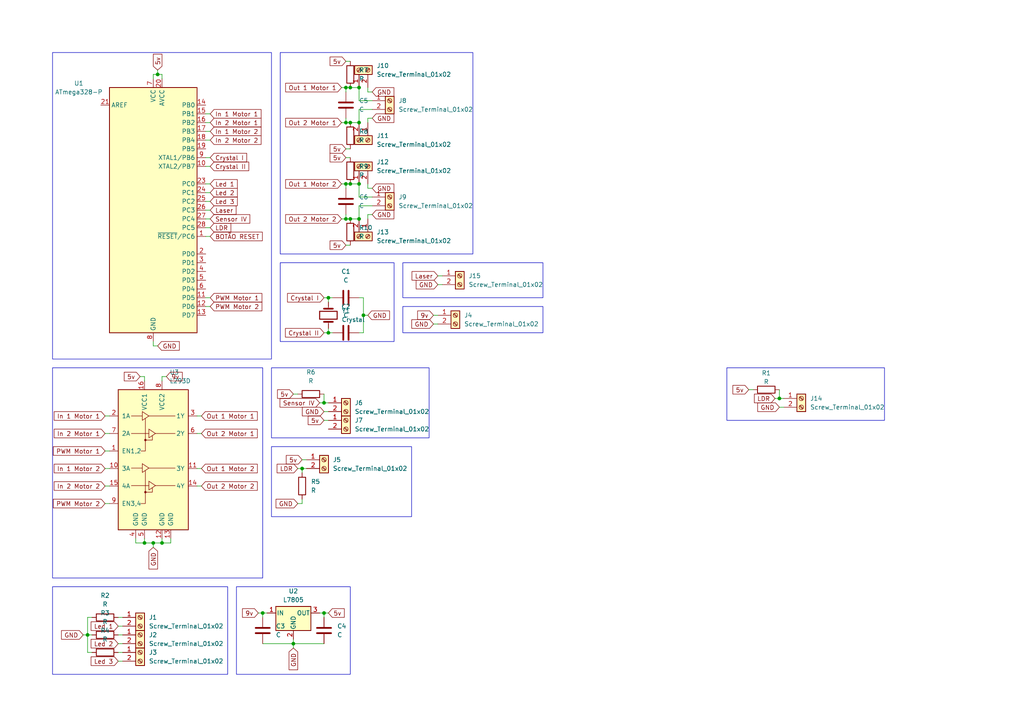
<source format=kicad_sch>
(kicad_sch (version 20231120) (generator "eeschema") (generator_version "8.0")
  (paper "A4")
  (lib_symbols
    (symbol "Connector:Screw_Terminal_01x02" (pin_names (offset 1.016) hide)
      (property "Reference" "J" (at 0 2.54 0))
      (property "Value" "Screw_Terminal_01x02" (at 0 -5.08 0))
      (symbol "Screw_Terminal_01x02_1_1"
        (rectangle (start -1.27 1.27) (end 1.27 -3.81) (stroke (width 0.254)) (fill (type background)))
        (circle (center 0 -2.54) (radius 0.635) (stroke (width 0.1524)))
        (polyline (pts (xy -0.5334 -2.2098) (xy 0.3302 -3.048)) (stroke (width 0.1524)))
        (polyline (pts (xy -0.5334 0.3302) (xy 0.3302 -0.508)) (stroke (width 0.1524)))
        (polyline (pts (xy -0.3556 -2.032) (xy 0.508 -2.8702)) (stroke (width 0.1524)))
        (polyline (pts (xy -0.3556 0.508) (xy 0.508 -0.3302)) (stroke (width 0.1524)))
        (circle (center 0 0) (radius 0.635) (stroke (width 0.1524)))
        (pin passive line (at -5.08 0 0) (length 3.81) (name "Pin_1") (number "1"))
        (pin passive line (at -5.08 -2.54 0) (length 3.81) (name "Pin_2") (number "2"))
      )
    )
    (symbol "Device:C" (pin_numbers hide) (pin_names (offset 0.254))
      (property "Reference" "C" (at 0.635 2.54 0))
      (property "Value" "C" (at 0.635 -2.54 0))
      (symbol "C_0_1"
        (polyline (pts (xy -2.032 -0.762) (xy 2.032 -0.762)) (stroke (width 0.508)))
        (polyline (pts (xy -2.032 0.762) (xy 2.032 0.762)) (stroke (width 0.508)))
      )
      (symbol "C_1_1"
        (pin passive line (at 0 3.81 270) (length 2.794) (name "~") (number "1"))
        (pin passive line (at 0 -3.81 90) (length 2.794) (name "~") (number "2"))
      )
    )
    (symbol "Device:Crystal" (pin_numbers hide) (pin_names (offset 1.016) hide)
      (property "Reference" "Y" (at 0 3.81 0))
      (property "Value" "Crystal" (at 0 -3.81 0))
      (symbol "Crystal_0_1"
        (rectangle (start -1.143 2.54) (end 1.143 -2.54) (stroke (width 0.3048)))
        (polyline (pts (xy -2.54 0) (xy -1.905 0)))
        (polyline (pts (xy -1.905 -1.27) (xy -1.905 1.27)) (stroke (width 0.508)))
        (polyline (pts (xy 1.905 -1.27) (xy 1.905 1.27)) (stroke (width 0.508)))
        (polyline (pts (xy 2.54 0) (xy 1.905 0)))
      )
      (symbol "Crystal_1_1"
        (pin passive line (at -3.81 0 0) (length 1.27) (name "1") (number "1"))
        (pin passive line (at 3.81 0 180) (length 1.27) (name "2") (number "2"))
      )
    )
    (symbol "Device:R" (pin_numbers hide) (pin_names (offset 0))
      (property "Reference" "R" (at 2.032 0 90))
      (property "Value" "R" (at 0 0 90))
      (symbol "R_0_1"
        (rectangle (start -1.016 -2.54) (end 1.016 2.54) (stroke (width 0.254)))
      )
      (symbol "R_1_1"
        (pin passive line (at 0 3.81 270) (length 1.27) (name "~") (number "1"))
        (pin passive line (at 0 -3.81 90) (length 1.27) (name "~") (number "2"))
      )
    )
    (symbol "Driver_Motor:L293D" (pin_names (offset 1.016))
      (property "Reference" "U" (at -5.08 26.035 0))
      (property "Value" "L293D" (at -5.08 24.13 0))
      (symbol "L293D_0_1"
        (rectangle (start -10.16 22.86) (end 10.16 -17.78) (stroke (width 0.254)) (fill (type background)))
        (circle (center -2.286 -6.858) (radius 0.254) (fill (type outline)))
        (circle (center -2.286 8.255) (radius 0.254) (fill (type outline)))
        (polyline (pts (xy -6.35 -4.953) (xy -1.27 -4.953)))
        (polyline (pts (xy -6.35 0.127) (xy -3.175 0.127)))
        (polyline (pts (xy -6.35 10.16) (xy -1.27 10.16)))
        (polyline (pts (xy -6.35 15.24) (xy -3.175 15.24)))
        (polyline (pts (xy -1.27 0.127) (xy 6.35 0.127)))
        (polyline (pts (xy -1.27 15.24) (xy 6.35 15.24)))
        (polyline (pts (xy 0.635 -4.953) (xy 6.35 -4.953)))
        (polyline (pts (xy 0.635 10.16) (xy 6.35 10.16)))
        (polyline (pts (xy -2.286 -6.858) (xy -0.254 -6.858) (xy -0.254 -5.588)))
        (polyline (pts (xy -2.286 -0.635) (xy -2.286 -10.16) (xy -3.556 -10.16)))
        (polyline (pts (xy -2.286 8.255) (xy -0.254 8.255) (xy -0.254 9.525)))
        (polyline (pts (xy -2.286 14.478) (xy -2.286 5.08) (xy -3.556 5.08)))
        (polyline (pts (xy -3.175 1.397) (xy -3.175 -1.143) (xy -1.27 0.127) (xy -3.175 1.397)))
        (polyline (pts (xy -3.175 16.51) (xy -3.175 13.97) (xy -1.27 15.24) (xy -3.175 16.51)))
        (polyline (pts (xy -1.27 -3.683) (xy -1.27 -6.223) (xy 0.635 -4.953) (xy -1.27 -3.683)))
        (polyline (pts (xy -1.27 11.43) (xy -1.27 8.89) (xy 0.635 10.16) (xy -1.27 11.43)))
      )
      (symbol "L293D_1_1"
        (pin input line (at -12.7 5.08 0) (length 2.54) (name "EN1,2") (number "1"))
        (pin input line (at -12.7 0 0) (length 2.54) (name "3A") (number "10"))
        (pin output line (at 12.7 0 180) (length 2.54) (name "3Y") (number "11"))
        (pin power_in line (at 2.54 -20.32 90) (length 2.54) (name "GND") (number "12"))
        (pin power_in line (at 5.08 -20.32 90) (length 2.54) (name "GND") (number "13"))
        (pin output line (at 12.7 -5.08 180) (length 2.54) (name "4Y") (number "14"))
        (pin input line (at -12.7 -5.08 0) (length 2.54) (name "4A") (number "15"))
        (pin power_in line (at -2.54 25.4 270) (length 2.54) (name "VCC1") (number "16"))
        (pin input line (at -12.7 15.24 0) (length 2.54) (name "1A") (number "2"))
        (pin output line (at 12.7 15.24 180) (length 2.54) (name "1Y") (number "3"))
        (pin power_in line (at -5.08 -20.32 90) (length 2.54) (name "GND") (number "4"))
        (pin power_in line (at -2.54 -20.32 90) (length 2.54) (name "GND") (number "5"))
        (pin output line (at 12.7 10.16 180) (length 2.54) (name "2Y") (number "6"))
        (pin input line (at -12.7 10.16 0) (length 2.54) (name "2A") (number "7"))
        (pin power_in line (at 2.54 25.4 270) (length 2.54) (name "VCC2") (number "8"))
        (pin input line (at -12.7 -10.16 0) (length 2.54) (name "EN3,4") (number "9"))
      )
    )
    (symbol "MCU_Microchip_ATmega:ATmega328-P"
      (property "Reference" "U" (at -12.7 36.83 0))
      (property "Value" "ATmega328-P" (at 2.54 -36.83 0))
      (symbol "ATmega328-P_0_1"
        (rectangle (start -12.7 -35.56) (end 12.7 35.56) (stroke (width 0.254)) (fill (type background)))
      )
      (symbol "ATmega328-P_1_1"
        (pin bidirectional line (at 15.24 -7.62 180) (length 2.54) (name "~{RESET}/PC6") (number "1"))
        (pin bidirectional line (at 15.24 12.7 180) (length 2.54) (name "XTAL2/PB7") (number "10"))
        (pin bidirectional line (at 15.24 -25.4 180) (length 2.54) (name "PD5") (number "11"))
        (pin bidirectional line (at 15.24 -27.94 180) (length 2.54) (name "PD6") (number "12"))
        (pin bidirectional line (at 15.24 -30.48 180) (length 2.54) (name "PD7") (number "13"))
        (pin bidirectional line (at 15.24 30.48 180) (length 2.54) (name "PB0") (number "14"))
        (pin bidirectional line (at 15.24 27.94 180) (length 2.54) (name "PB1") (number "15"))
        (pin bidirectional line (at 15.24 25.4 180) (length 2.54) (name "PB2") (number "16"))
        (pin bidirectional line (at 15.24 22.86 180) (length 2.54) (name "PB3") (number "17"))
        (pin bidirectional line (at 15.24 20.32 180) (length 2.54) (name "PB4") (number "18"))
        (pin bidirectional line (at 15.24 17.78 180) (length 2.54) (name "PB5") (number "19"))
        (pin bidirectional line (at 15.24 -12.7 180) (length 2.54) (name "PD0") (number "2"))
        (pin power_in line (at 2.54 38.1 270) (length 2.54) (name "AVCC") (number "20"))
        (pin passive line (at -15.24 30.48 0) (length 2.54) (name "AREF") (number "21"))
        (pin passive line (at 0 -38.1 90) (length 2.54) hide (name "GND") (number "22"))
        (pin bidirectional line (at 15.24 7.62 180) (length 2.54) (name "PC0") (number "23"))
        (pin bidirectional line (at 15.24 5.08 180) (length 2.54) (name "PC1") (number "24"))
        (pin bidirectional line (at 15.24 2.54 180) (length 2.54) (name "PC2") (number "25"))
        (pin bidirectional line (at 15.24 0 180) (length 2.54) (name "PC3") (number "26"))
        (pin bidirectional line (at 15.24 -2.54 180) (length 2.54) (name "PC4") (number "27"))
        (pin bidirectional line (at 15.24 -5.08 180) (length 2.54) (name "PC5") (number "28"))
        (pin bidirectional line (at 15.24 -15.24 180) (length 2.54) (name "PD1") (number "3"))
        (pin bidirectional line (at 15.24 -17.78 180) (length 2.54) (name "PD2") (number "4"))
        (pin bidirectional line (at 15.24 -20.32 180) (length 2.54) (name "PD3") (number "5"))
        (pin bidirectional line (at 15.24 -22.86 180) (length 2.54) (name "PD4") (number "6"))
        (pin power_in line (at 0 38.1 270) (length 2.54) (name "VCC") (number "7"))
        (pin power_in line (at 0 -38.1 90) (length 2.54) (name "GND") (number "8"))
        (pin bidirectional line (at 15.24 15.24 180) (length 2.54) (name "XTAL1/PB6") (number "9"))
      )
    )
    (symbol "Regulator_Linear:L7805" (pin_names (offset 0.254))
      (property "Reference" "U" (at -3.81 3.175 0))
      (property "Value" "L7805" (at 0 3.175 0))
      (symbol "L7805_0_1"
        (rectangle (start -5.08 1.905) (end 5.08 -5.08) (stroke (width 0.254)) (fill (type background)))
      )
      (symbol "L7805_1_1"
        (pin power_in line (at -7.62 0 0) (length 2.54) (name "IN") (number "1"))
        (pin power_in line (at 0 -7.62 90) (length 2.54) (name "GND") (number "2"))
        (pin power_out line (at 7.62 0 180) (length 2.54) (name "OUT") (number "3"))
      )
    )
  )
  (junction (at 44.45 157.48))
  (junction (at 101.6 53.34))
  (junction (at 101.6 35.56))
  (junction (at 93.98 116.84))
  (junction (at 104.14 35.56))
  (junction (at 87.63 135.89))
  (junction (at 100.33 63.5))
  (junction (at 46.99 157.48))
  (junction (at 45.72 21.59))
  (junction (at 101.6 25.4))
  (junction (at 101.6 63.5))
  (junction (at 93.98 177.8))
  (junction (at 105.41 91.44))
  (junction (at 41.91 157.48))
  (junction (at 104.14 25.4))
  (junction (at 100.33 35.56))
  (junction (at 76.2 177.8))
  (junction (at 100.33 53.34))
  (junction (at 100.33 25.4))
  (junction (at 85.09 186.69))
  (junction (at 95.25 86.36))
  (junction (at 104.14 63.5))
  (junction (at 104.14 53.34))
  (junction (at 226.06 115.57))
  (junction (at 95.25 96.52))
  (junction (at 25.4 184.15))
  (wire (pts (xy 93.98 96.52) (xy 95.25 96.52)))
  (wire (pts (xy 34.29 186.69) (xy 35.56 186.69)))
  (wire (pts (xy 41.91 157.48) (xy 44.45 157.48)))
  (wire (pts (xy 101.6 35.56) (xy 104.14 35.56)))
  (wire (pts (xy 93.98 116.84) (xy 95.25 116.84)))
  (wire (pts (xy 105.41 86.36) (xy 105.41 91.44)))
  (wire (pts (xy 92.71 177.8) (xy 93.98 177.8)))
  (wire (pts (xy 76.2 177.8) (xy 77.47 177.8)))
  (wire (pts (xy 95.25 86.36) (xy 96.52 86.36)))
  (wire (pts (xy 30.48 125.73) (xy 31.75 125.73)))
  (wire (pts (xy 85.09 186.69) (xy 93.98 186.69)))
  (wire (pts (xy 39.37 157.48) (xy 41.91 157.48)))
  (wire (pts (xy 107.95 31.75) (xy 104.14 31.75)))
  (wire (pts (xy 127 82.55) (xy 128.27 82.55)))
  (wire (pts (xy 76.2 179.07) (xy 76.2 177.8)))
  (wire (pts (xy 100.33 25.4) (xy 101.6 25.4)))
  (wire (pts (xy 93.98 177.8) (xy 95.25 177.8)))
  (wire (pts (xy 217.17 113.03) (xy 218.44 113.03)))
  (wire (pts (xy 106.68 26.67) (xy 107.95 26.67)))
  (wire (pts (xy 100.33 63.5) (xy 101.6 63.5)))
  (wire (pts (xy 104.14 96.52) (xy 105.41 96.52)))
  (wire (pts (xy 30.48 146.05) (xy 31.75 146.05)))
  (wire (pts (xy 57.15 125.73) (xy 58.42 125.73)))
  (wire (pts (xy 105.41 91.44) (xy 106.68 91.44)))
  (wire (pts (xy 46.99 110.49) (xy 46.99 109.22)))
  (wire (pts (xy 59.69 48.26) (xy 60.96 48.26)))
  (wire (pts (xy 87.63 135.89) (xy 88.9 135.89)))
  (wire (pts (xy 57.15 120.65) (xy 58.42 120.65)))
  (wire (pts (xy 59.69 45.72) (xy 60.96 45.72)))
  (wire (pts (xy 100.33 43.18) (xy 101.6 43.18)))
  (wire (pts (xy 100.33 17.78) (xy 101.6 17.78)))
  (wire (pts (xy 100.33 53.34) (xy 100.33 54.61)))
  (wire (pts (xy 59.69 66.04) (xy 60.96 66.04)))
  (wire (pts (xy 30.48 130.81) (xy 31.75 130.81)))
  (wire (pts (xy 93.98 114.3) (xy 93.98 116.84)))
  (wire (pts (xy 59.69 40.64) (xy 60.96 40.64)))
  (wire (pts (xy 25.4 189.23) (xy 25.4 184.15)))
  (wire (pts (xy 85.09 186.69) (xy 85.09 185.42)))
  (wire (pts (xy 100.33 62.23) (xy 100.33 63.5)))
  (wire (pts (xy 86.36 146.05) (xy 87.63 146.05)))
  (wire (pts (xy 106.68 63.5) (xy 106.68 62.23)))
  (wire (pts (xy 25.4 184.15) (xy 26.67 184.15)))
  (wire (pts (xy 49.53 156.21) (xy 49.53 157.48)))
  (wire (pts (xy 86.36 135.89) (xy 87.63 135.89)))
  (wire (pts (xy 93.98 121.92) (xy 95.25 121.92)))
  (wire (pts (xy 39.37 156.21) (xy 39.37 157.48)))
  (wire (pts (xy 59.69 58.42) (xy 60.96 58.42)))
  (wire (pts (xy 34.29 181.61) (xy 35.56 181.61)))
  (wire (pts (xy 125.73 91.44) (xy 127 91.44)))
  (wire (pts (xy 104.14 86.36) (xy 105.41 86.36)))
  (wire (pts (xy 106.68 34.29) (xy 106.68 35.56)))
  (wire (pts (xy 100.33 35.56) (xy 101.6 35.56)))
  (wire (pts (xy 59.69 53.34) (xy 60.96 53.34)))
  (wire (pts (xy 92.71 116.84) (xy 93.98 116.84)))
  (wire (pts (xy 104.14 31.75) (xy 104.14 35.56)))
  (wire (pts (xy 44.45 21.59) (xy 45.72 21.59)))
  (wire (pts (xy 85.09 186.69) (xy 85.09 187.96)))
  (wire (pts (xy 24.13 184.15) (xy 25.4 184.15)))
  (wire (pts (xy 106.68 25.4) (xy 106.68 26.67)))
  (wire (pts (xy 59.69 33.02) (xy 60.96 33.02)))
  (wire (pts (xy 30.48 140.97) (xy 31.75 140.97)))
  (wire (pts (xy 41.91 109.22) (xy 41.91 110.49)))
  (wire (pts (xy 125.73 93.98) (xy 127 93.98)))
  (wire (pts (xy 46.99 22.86) (xy 46.99 21.59)))
  (wire (pts (xy 74.93 177.8) (xy 76.2 177.8)))
  (wire (pts (xy 101.6 63.5) (xy 104.14 63.5)))
  (wire (pts (xy 95.25 96.52) (xy 96.52 96.52)))
  (wire (pts (xy 30.48 135.89) (xy 31.75 135.89)))
  (wire (pts (xy 44.45 157.48) (xy 44.45 158.75)))
  (wire (pts (xy 107.95 59.69) (xy 104.14 59.69)))
  (wire (pts (xy 226.06 118.11) (xy 227.33 118.11)))
  (wire (pts (xy 106.68 53.34) (xy 106.68 54.61)))
  (wire (pts (xy 59.69 38.1) (xy 60.96 38.1)))
  (wire (pts (xy 45.72 20.32) (xy 45.72 21.59)))
  (wire (pts (xy 87.63 146.05) (xy 87.63 144.78)))
  (wire (pts (xy 26.67 189.23) (xy 25.4 189.23)))
  (wire (pts (xy 85.09 114.3) (xy 86.36 114.3)))
  (wire (pts (xy 46.99 156.21) (xy 46.99 157.48)))
  (wire (pts (xy 127 80.01) (xy 128.27 80.01)))
  (wire (pts (xy 107.95 34.29) (xy 106.68 34.29)))
  (wire (pts (xy 104.14 53.34) (xy 104.14 57.15)))
  (wire (pts (xy 59.69 68.58) (xy 60.96 68.58)))
  (wire (pts (xy 87.63 133.35) (xy 88.9 133.35)))
  (wire (pts (xy 101.6 53.34) (xy 104.14 53.34)))
  (wire (pts (xy 40.64 109.22) (xy 41.91 109.22)))
  (wire (pts (xy 106.68 54.61) (xy 107.95 54.61)))
  (wire (pts (xy 46.99 109.22) (xy 48.26 109.22)))
  (wire (pts (xy 100.33 25.4) (xy 100.33 26.67)))
  (wire (pts (xy 104.14 59.69) (xy 104.14 63.5)))
  (wire (pts (xy 99.06 35.56) (xy 100.33 35.56)))
  (wire (pts (xy 34.29 184.15) (xy 35.56 184.15)))
  (wire (pts (xy 100.33 34.29) (xy 100.33 35.56)))
  (wire (pts (xy 34.29 179.07) (xy 35.56 179.07)))
  (wire (pts (xy 59.69 35.56) (xy 60.96 35.56)))
  (wire (pts (xy 34.29 189.23) (xy 35.56 189.23)))
  (wire (pts (xy 57.15 140.97) (xy 58.42 140.97)))
  (wire (pts (xy 44.45 99.06) (xy 44.45 100.33)))
  (wire (pts (xy 101.6 25.4) (xy 104.14 25.4)))
  (wire (pts (xy 100.33 71.12) (xy 101.6 71.12)))
  (wire (pts (xy 99.06 53.34) (xy 100.33 53.34)))
  (wire (pts (xy 49.53 157.48) (xy 46.99 157.48)))
  (wire (pts (xy 59.69 86.36) (xy 60.96 86.36)))
  (wire (pts (xy 59.69 60.96) (xy 60.96 60.96)))
  (wire (pts (xy 106.68 62.23) (xy 107.95 62.23)))
  (wire (pts (xy 41.91 156.21) (xy 41.91 157.48)))
  (wire (pts (xy 76.2 186.69) (xy 85.09 186.69)))
  (wire (pts (xy 104.14 25.4) (xy 104.14 29.21)))
  (wire (pts (xy 99.06 25.4) (xy 100.33 25.4)))
  (wire (pts (xy 224.79 115.57) (xy 226.06 115.57)))
  (wire (pts (xy 46.99 157.48) (xy 44.45 157.48)))
  (wire (pts (xy 107.95 57.15) (xy 104.14 57.15)))
  (wire (pts (xy 107.95 29.21) (xy 104.14 29.21)))
  (wire (pts (xy 226.06 115.57) (xy 227.33 115.57)))
  (wire (pts (xy 100.33 45.72) (xy 101.6 45.72)))
  (wire (pts (xy 34.29 191.77) (xy 35.56 191.77)))
  (wire (pts (xy 93.98 86.36) (xy 95.25 86.36)))
  (wire (pts (xy 95.25 86.36) (xy 95.25 87.63)))
  (wire (pts (xy 44.45 22.86) (xy 44.45 21.59)))
  (wire (pts (xy 45.72 21.59) (xy 46.99 21.59)))
  (wire (pts (xy 44.45 100.33) (xy 45.72 100.33)))
  (wire (pts (xy 25.4 179.07) (xy 25.4 184.15)))
  (wire (pts (xy 99.06 63.5) (xy 100.33 63.5)))
  (wire (pts (xy 226.06 113.03) (xy 226.06 115.57)))
  (wire (pts (xy 59.69 63.5) (xy 60.96 63.5)))
  (wire (pts (xy 59.69 55.88) (xy 60.96 55.88)))
  (wire (pts (xy 87.63 135.89) (xy 87.63 137.16)))
  (wire (pts (xy 59.69 88.9) (xy 60.96 88.9)))
  (wire (pts (xy 57.15 135.89) (xy 58.42 135.89)))
  (wire (pts (xy 93.98 177.8) (xy 93.98 179.07)))
  (wire (pts (xy 105.41 91.44) (xy 105.41 96.52)))
  (wire (pts (xy 30.48 120.65) (xy 31.75 120.65)))
  (wire (pts (xy 95.25 95.25) (xy 95.25 96.52)))
  (wire (pts (xy 26.67 179.07) (xy 25.4 179.07)))
  (wire (pts (xy 93.98 119.38) (xy 95.25 119.38)))
  (wire (pts (xy 100.33 53.34) (xy 101.6 53.34)))
  (rectangle (start 81.28 15.24) (end 137.16 73.66))
  (rectangle (start 116.84 88.9) (end 157.48 96.52))
  (rectangle (start 81.28 76.2) (end 114.3 99.06))
  (rectangle (start 78.74 106.68) (end 124.46 127))
  (rectangle (start 116.84 76.2) (end 157.48 86.36))
  (rectangle (start 15.24 106.68) (end 76.2 167.64))
  (rectangle (start 210.82 106.68) (end 256.54 121.92))
  (rectangle (start 78.74 129.54) (end 119.38 149.86))
  (rectangle (start 15.24 170.18) (end 66.04 195.58))
  (rectangle (start 68.58 170.18) (end 101.6 195.58))
  (rectangle (start 15.24 15.24) (end 78.74 104.14))
  (global_label "Out 1 Motor 2" (shape input) (at 58.42 135.89 0) (property "Intersheetrefs" "${INTERSHEET_REFS}" (effects (hide yes))))
  (global_label "GND" (shape input) (at 86.36 146.05 180) (property "Intersheetrefs" "${INTERSHEET_REFS}" (effects (hide yes))))
  (global_label "GND" (shape input) (at 24.13 184.15 180) (property "Intersheetrefs" "${INTERSHEET_REFS}" (effects (hide yes))))
  (global_label "BOTÃO RESET" (shape input) (at 60.96 68.58 0) (property "Intersheetrefs" "${INTERSHEET_REFS}" (effects (hide yes))))
  (global_label "Led 2" (shape input) (at 60.96 55.88 0) (property "Intersheetrefs" "${INTERSHEET_REFS}" (effects (hide yes))))
  (global_label "Led 2" (shape input) (at 34.29 186.69 180) (property "Intersheetrefs" "${INTERSHEET_REFS}" (effects (hide yes))))
  (global_label "Laser" (shape input) (at 60.96 60.96 0) (property "Intersheetrefs" "${INTERSHEET_REFS}" (effects (hide yes))))
  (global_label "GND" (shape input) (at 226.06 118.11 180) (property "Intersheetrefs" "${INTERSHEET_REFS}" (effects (hide yes))))
  (global_label "5v" (shape input) (at 40.64 109.22 180) (property "Intersheetrefs" "${INTERSHEET_REFS}" (effects (hide yes))))
  (global_label "GND" (shape input) (at 106.68 91.44 0) (property "Intersheetrefs" "${INTERSHEET_REFS}" (effects (hide yes))))
  (global_label "PWM Motor 1" (shape input) (at 60.96 86.36 0) (property "Intersheetrefs" "${INTERSHEET_REFS}" (effects (hide yes))))
  (global_label "PWM Motor 2" (shape input) (at 30.48 146.05 180) (property "Intersheetrefs" "${INTERSHEET_REFS}" (effects (hide yes))))
  (global_label "Crystal II" (shape input) (at 93.98 96.52 180) (property "Intersheetrefs" "${INTERSHEET_REFS}" (effects (hide yes))))
  (global_label "Out 2 Motor 2" (shape input) (at 99.06 63.5 180) (property "Intersheetrefs" "${INTERSHEET_REFS}" (effects (hide yes))))
  (global_label "5v" (shape input) (at 217.17 113.03 180) (property "Intersheetrefs" "${INTERSHEET_REFS}" (effects (hide yes))))
  (global_label "9v" (shape input) (at 74.93 177.8 180) (property "Intersheetrefs" "${INTERSHEET_REFS}" (effects (hide yes))))
  (global_label "In 1 Motor 1" (shape input) (at 30.48 120.65 180) (property "Intersheetrefs" "${INTERSHEET_REFS}" (effects (hide yes))))
  (global_label "5v" (shape input) (at 45.72 20.32 90) (property "Intersheetrefs" "${INTERSHEET_REFS}" (effects (hide yes))))
  (global_label "GND" (shape input) (at 107.95 62.23 0) (property "Intersheetrefs" "${INTERSHEET_REFS}" (effects (hide yes))))
  (global_label "5v" (shape input) (at 100.33 43.18 180) (property "Intersheetrefs" "${INTERSHEET_REFS}" (effects (hide yes))))
  (global_label "Crystal II" (shape input) (at 60.96 48.26 0) (property "Intersheetrefs" "${INTERSHEET_REFS}" (effects (hide yes))))
  (global_label "5v" (shape input) (at 100.33 45.72 180) (property "Intersheetrefs" "${INTERSHEET_REFS}" (effects (hide yes))))
  (global_label "In 2 Motor 2" (shape input) (at 30.48 140.97 180) (property "Intersheetrefs" "${INTERSHEET_REFS}" (effects (hide yes))))
  (global_label "5v" (shape input) (at 87.63 133.35 180) (property "Intersheetrefs" "${INTERSHEET_REFS}" (effects (hide yes))))
  (global_label "Out 2 Motor 2" (shape input) (at 58.42 140.97 0) (property "Intersheetrefs" "${INTERSHEET_REFS}" (effects (hide yes))))
  (global_label "9v" (shape input) (at 125.73 91.44 180) (property "Intersheetrefs" "${INTERSHEET_REFS}" (effects (hide yes))))
  (global_label "GND" (shape input) (at 127 82.55 180) (property "Intersheetrefs" "${INTERSHEET_REFS}" (effects (hide yes))))
  (global_label "In 2 Motor 1" (shape input) (at 30.48 125.73 180) (property "Intersheetrefs" "${INTERSHEET_REFS}" (effects (hide yes))))
  (global_label "Laser" (shape input) (at 127 80.01 180) (property "Intersheetrefs" "${INTERSHEET_REFS}" (effects (hide yes))))
  (global_label "5v" (shape input) (at 100.33 71.12 180) (property "Intersheetrefs" "${INTERSHEET_REFS}" (effects (hide yes))))
  (global_label "Led 3" (shape input) (at 60.96 58.42 0) (property "Intersheetrefs" "${INTERSHEET_REFS}" (effects (hide yes))))
  (global_label "Led 3" (shape input) (at 34.29 191.77 180) (property "Intersheetrefs" "${INTERSHEET_REFS}" (effects (hide yes))))
  (global_label "LDR" (shape input) (at 224.79 115.57 180) (property "Intersheetrefs" "${INTERSHEET_REFS}" (effects (hide yes))))
  (global_label "GND" (shape input) (at 107.95 34.29 0) (property "Intersheetrefs" "${INTERSHEET_REFS}" (effects (hide yes))))
  (global_label "In 1 Motor 2" (shape input) (at 30.48 135.89 180) (property "Intersheetrefs" "${INTERSHEET_REFS}" (effects (hide yes))))
  (global_label "In 1 Motor 1" (shape input) (at 60.96 33.02 0) (property "Intersheetrefs" "${INTERSHEET_REFS}" (effects (hide yes))))
  (global_label "GND" (shape input) (at 85.09 187.96 270) (property "Intersheetrefs" "${INTERSHEET_REFS}" (effects (hide yes))))
  (global_label "Sensor IV" (shape input) (at 60.96 63.5 0) (property "Intersheetrefs" "${INTERSHEET_REFS}" (effects (hide yes))))
  (global_label "GND" (shape input) (at 45.72 100.33 0) (property "Intersheetrefs" "${INTERSHEET_REFS}" (effects (hide yes))))
  (global_label "Crystal I" (shape input) (at 93.98 86.36 180) (property "Intersheetrefs" "${INTERSHEET_REFS}" (effects (hide yes))))
  (global_label "Out 1 Motor 1" (shape input) (at 58.42 120.65 0) (property "Intersheetrefs" "${INTERSHEET_REFS}" (effects (hide yes))))
  (global_label "In 2 Motor 2" (shape input) (at 60.96 40.64 0) (property "Intersheetrefs" "${INTERSHEET_REFS}" (effects (hide yes))))
  (global_label "5v" (shape input) (at 85.09 114.3 180) (property "Intersheetrefs" "${INTERSHEET_REFS}" (effects (hide yes))))
  (global_label "Out 1 Motor 1" (shape input) (at 99.06 25.4 180) (property "Intersheetrefs" "${INTERSHEET_REFS}" (effects (hide yes))))
  (global_label "Crystal I" (shape input) (at 60.96 45.72 0) (property "Intersheetrefs" "${INTERSHEET_REFS}" (effects (hide yes))))
  (global_label "GND" (shape input) (at 125.73 93.98 180) (property "Intersheetrefs" "${INTERSHEET_REFS}" (effects (hide yes))))
  (global_label "Led 1" (shape input) (at 60.96 53.34 0) (property "Intersheetrefs" "${INTERSHEET_REFS}" (effects (hide yes))))
  (global_label "Led 1" (shape input) (at 34.29 181.61 180) (property "Intersheetrefs" "${INTERSHEET_REFS}" (effects (hide yes))))
  (global_label "PWM Motor 1" (shape input) (at 30.48 130.81 180) (property "Intersheetrefs" "${INTERSHEET_REFS}" (effects (hide yes))))
  (global_label "5v" (shape input) (at 93.98 121.92 180) (property "Intersheetrefs" "${INTERSHEET_REFS}" (effects (hide yes))))
  (global_label "LDR" (shape input) (at 60.96 66.04 0) (property "Intersheetrefs" "${INTERSHEET_REFS}" (effects (hide yes))))
  (global_label "GND" (shape input) (at 44.45 158.75 270) (property "Intersheetrefs" "${INTERSHEET_REFS}" (effects (hide yes))))
  (global_label "5v" (shape input) (at 100.33 17.78 180) (property "Intersheetrefs" "${INTERSHEET_REFS}" (effects (hide yes))))
  (global_label "PWM Motor 2" (shape input) (at 60.96 88.9 0) (property "Intersheetrefs" "${INTERSHEET_REFS}" (effects (hide yes))))
  (global_label "GND" (shape input) (at 93.98 119.38 180) (property "Intersheetrefs" "${INTERSHEET_REFS}" (effects (hide yes))))
  (global_label "In 1 Motor 2" (shape input) (at 60.96 38.1 0) (property "Intersheetrefs" "${INTERSHEET_REFS}" (effects (hide yes))))
  (global_label "Out 2 Motor 1" (shape input) (at 99.06 35.56 180) (property "Intersheetrefs" "${INTERSHEET_REFS}" (effects (hide yes))))
  (global_label "Sensor IV" (shape input) (at 92.71 116.84 180) (property "Intersheetrefs" "${INTERSHEET_REFS}" (effects (hide yes))))
  (global_label "GND" (shape input) (at 107.95 54.61 0) (property "Intersheetrefs" "${INTERSHEET_REFS}" (effects (hide yes))))
  (global_label "Out 1 Motor 2" (shape input) (at 99.06 53.34 180) (property "Intersheetrefs" "${INTERSHEET_REFS}" (effects (hide yes))))
  (global_label "GND" (shape input) (at 107.95 26.67 0) (property "Intersheetrefs" "${INTERSHEET_REFS}" (effects (hide yes))))
  (global_label "5v" (shape input) (at 95.25 177.8 0) (property "Intersheetrefs" "${INTERSHEET_REFS}" (effects (hide yes))))
  (global_label "Out 2 Motor 1" (shape input) (at 58.42 125.73 0) (property "Intersheetrefs" "${INTERSHEET_REFS}" (effects (hide yes))))
  (global_label "LDR" (shape input) (at 86.36 135.89 180) (property "Intersheetrefs" "${INTERSHEET_REFS}" (effects (hide yes))))
  (global_label "9v" (shape input) (at 48.26 109.22 0) (property "Intersheetrefs" "${INTERSHEET_REFS}" (effects (hide yes))))
  (global_label "In 2 Motor 1" (shape input) (at 60.96 35.56 0) (property "Intersheetrefs" "${INTERSHEET_REFS}" (effects (hide yes))))
  (symbol (lib_id "Device:R") (at 87.63 140.97 0) (unit 1)
    (property "Reference" "R5" (at 90.17 139.6999 0) (effects (justify left)))
    (property "Value" "R" (at 90.17 142.2399 0) (effects (justify left)))
    (property "Footprint" "CARRINHO_SEGUIDOR_DE_LINHA:Resistor" (effects (hide yes)))
    (property "Description" "Resistor" (effects (hide yes)))
  )
  (symbol (lib_id "Device:C") (at 100.33 58.42 0) (unit 1)
    (property "Reference" "C6" (at 104.14 57.1499 0) (effects (justify left)))
    (property "Value" "C" (at 104.14 59.6899 0) (effects (justify left)))
    (property "Footprint" "CARRINHO_SEGUIDOR_DE_LINHA:CapacitorCerâmico-100nF_ou_0,1uF" (effects (hide yes)))
    (property "Description" "Unpolarized capacitor" (effects (hide yes)))
  )
  (symbol (lib_id "Device:C") (at 100.33 86.36 90) (unit 1)
    (property "Reference" "C1" (at 100.33 78.74 90))
    (property "Value" "C" (at 100.33 81.28 90))
    (property "Footprint" "CARRINHO_SEGUIDOR_DE_LINHA:CapacitorCerâmico-100nF_ou_0,1uF" (effects (hide yes)))
    (property "Description" "Unpolarized capacitor" (effects (hide yes)))
  )
  (symbol (lib_id "Connector:Screw_Terminal_01x02") (at 133.35 80.01 0) (unit 1)
    (property "Reference" "J15" (at 135.89 80.0099 0) (effects (justify left)))
    (property "Value" "Screw_Terminal_01x02" (at 135.89 82.5499 0) (effects (justify left)))
    (property "Footprint" "TerminalBlock:TerminalBlock_bornier-2_P5.08mm" (effects (hide yes)))
    (property "Description" "Generic screw terminal, single row, 01x02, script generated (kicad-library-utils/schlib/autogen/connector/)" (effects (hide yes)))
  )
  (symbol (lib_id "Connector:Screw_Terminal_01x02") (at 113.03 29.21 0) (unit 1)
    (property "Reference" "J8" (at 115.57 29.2099 0) (effects (justify left)))
    (property "Value" "Screw_Terminal_01x02" (at 115.57 31.7499 0) (effects (justify left)))
    (property "Footprint" "TerminalBlock:TerminalBlock_bornier-2_P5.08mm" (effects (hide yes)))
    (property "Description" "Generic screw terminal, single row, 01x02, script generated (kicad-library-utils/schlib/autogen/connector/)" (effects (hide yes)))
  )
  (symbol (lib_id "Device:C") (at 100.33 30.48 0) (unit 1)
    (property "Reference" "C5" (at 104.14 29.2099 0) (effects (justify left)))
    (property "Value" "C" (at 104.14 31.7499 0) (effects (justify left)))
    (property "Footprint" "CARRINHO_SEGUIDOR_DE_LINHA:CapacitorCerâmico-100nF_ou_0,1uF" (effects (hide yes)))
    (property "Description" "Unpolarized capacitor" (effects (hide yes)))
  )
  (symbol (lib_id "Connector:Screw_Terminal_01x02") (at 132.08 91.44 0) (unit 1)
    (property "Reference" "J4" (at 134.62 91.4399 0) (effects (justify left)))
    (property "Value" "Screw_Terminal_01x02" (at 134.62 93.9799 0) (effects (justify left)))
    (property "Footprint" "TerminalBlock:TerminalBlock_bornier-2_P5.08mm" (effects (hide yes)))
    (property "Description" "Generic screw terminal, single row, 01x02, script generated (kicad-library-utils/schlib/autogen/connector/)" (effects (hide yes)))
  )
  (symbol (lib_id "Device:R") (at 101.6 21.59 0) (unit 1)
    (property "Reference" "R7" (at 104.14 20.3199 0) (effects (justify left)))
    (property "Value" "R" (at 104.14 22.8599 0) (effects (justify left)))
    (property "Footprint" "CARRINHO_SEGUIDOR_DE_LINHA:Resistor" (effects (hide yes)))
    (property "Description" "Resistor" (effects (hide yes)))
  )
  (symbol (lib_id "Device:R") (at 101.6 49.53 0) (unit 1)
    (property "Reference" "R9" (at 104.14 48.2599 0) (effects (justify left)))
    (property "Value" "R" (at 104.14 50.7999 0) (effects (justify left)))
    (property "Footprint" "CARRINHO_SEGUIDOR_DE_LINHA:Resistor" (effects (hide yes)))
    (property "Description" "Resistor" (effects (hide yes)))
  )
  (symbol (lib_id "Driver_Motor:L293D") (at 44.45 135.89 0) (unit 1)
    (property "Reference" "U3" (at 49.1841 107.95 0) (effects (justify left)))
    (property "Value" "L293D" (at 49.1841 110.49 0) (effects (justify left)))
    (property "Footprint" "Package_DIP:DIP-16_W7.62mm" (effects (hide yes)))
    (property "Datasheet" "http://www.ti.com/lit/ds/symlink/l293.pdf" (effects (hide yes)))
    (property "Description" "Quadruple Half-H Drivers" (effects (hide yes)))
  )
  (symbol (lib_id "Device:R") (at 101.6 67.31 0) (unit 1)
    (property "Reference" "R10" (at 104.14 66.0399 0) (effects (justify left)))
    (property "Value" "R" (at 104.14 68.5799 0) (effects (justify left)))
    (property "Footprint" "CARRINHO_SEGUIDOR_DE_LINHA:Resistor" (effects (hide yes)))
    (property "Description" "Resistor" (effects (hide yes)))
  )
  (symbol (lib_id "MCU_Microchip_ATmega:ATmega328-P") (at 44.45 60.96 0) (unit 1)
    (property "Reference" "U1" (at 22.86 24.1614 0))
    (property "Value" "ATmega328-P" (at 22.86 26.7014 0))
    (property "Footprint" "Package_DIP:DIP-28_W7.62mm" (effects (hide yes)))
    (property "Datasheet" "http://ww1.microchip.com/downloads/en/DeviceDoc/ATmega328_P%20AVR%20MCU%20with%20picoPower%20Technology%20Data%20Sheet%2040001984A.pdf" (effects (hide yes)))
    (property "Description" "20MHz, 32kB Flash, 2kB SRAM, 1kB EEPROM, DIP-28" (effects (hide yes)))
  )
  (symbol (lib_id "Connector:Screw_Terminal_01x02") (at 100.33 121.92 0) (unit 1)
    (property "Reference" "J7" (at 102.87 121.9199 0) (effects (justify left)))
    (property "Value" "Screw_Terminal_01x02" (at 102.87 124.4599 0) (effects (justify left)))
    (property "Footprint" "TerminalBlock:TerminalBlock_bornier-2_P5.08mm" (effects (hide yes)))
    (property "Description" "Generic screw terminal, single row, 01x02, script generated (kicad-library-utils/schlib/autogen/connector/)" (effects (hide yes)))
  )
  (symbol (lib_id "Connector:Screw_Terminal_01x02") (at 104.14 48.26 90) (unit 1)
    (property "Reference" "J12" (at 109.22 46.9899 90) (effects (justify right)))
    (property "Value" "Screw_Terminal_01x02" (at 109.22 49.5299 90) (effects (justify right)))
    (property "Footprint" "TerminalBlock:TerminalBlock_bornier-2_P5.08mm" (effects (hide yes)))
    (property "Description" "Generic screw terminal, single row, 01x02, script generated (kicad-library-utils/schlib/autogen/connector/)" (effects (hide yes)))
  )
  (symbol (lib_id "Connector:Screw_Terminal_01x02") (at 106.68 68.58 270) (unit 1)
    (property "Reference" "J13" (at 109.22 67.3099 90) (effects (justify left)))
    (property "Value" "Screw_Terminal_01x02" (at 109.22 69.8499 90) (effects (justify left)))
    (property "Footprint" "TerminalBlock:TerminalBlock_bornier-2_P5.08mm" (effects (hide yes)))
    (property "Description" "Generic screw terminal, single row, 01x02, script generated (kicad-library-utils/schlib/autogen/connector/)" (effects (hide yes)))
  )
  (symbol (lib_id "Device:R") (at 30.48 179.07 90) (unit 1)
    (property "Reference" "R2" (at 30.48 172.72 90))
    (property "Value" "R" (at 30.48 175.26 90))
    (property "Footprint" "CARRINHO_SEGUIDOR_DE_LINHA:Resistor" (effects (hide yes)))
    (property "Description" "Resistor" (effects (hide yes)))
  )
  (symbol (lib_id "Device:R") (at 30.48 189.23 90) (unit 1)
    (property "Reference" "R4" (at 30.48 182.88 90))
    (property "Value" "R" (at 30.48 185.42 90))
    (property "Footprint" "CARRINHO_SEGUIDOR_DE_LINHA:Resistor" (effects (hide yes)))
    (property "Description" "Resistor" (effects (hide yes)))
  )
  (symbol (lib_id "Device:C") (at 100.33 96.52 90) (unit 1)
    (property "Reference" "C2" (at 100.33 88.9 90))
    (property "Value" "C" (at 100.33 91.44 90))
    (property "Footprint" "CARRINHO_SEGUIDOR_DE_LINHA:CapacitorCerâmico-100nF_ou_0,1uF" (effects (hide yes)))
    (property "Description" "Unpolarized capacitor" (effects (hide yes)))
  )
  (symbol (lib_id "Device:C") (at 76.2 182.88 0) (unit 1)
    (property "Reference" "C3" (at 80.01 181.6099 0) (effects (justify left)))
    (property "Value" "C" (at 80.01 184.1499 0) (effects (justify left)))
    (property "Footprint" "CARRINHO_SEGUIDOR_DE_LINHA:CapacitorCerâmico-100nF_ou_0,1uF" (effects (hide yes)))
    (property "Description" "Unpolarized capacitor" (effects (hide yes)))
  )
  (symbol (lib_id "Device:R") (at 101.6 39.37 0) (unit 1)
    (property "Reference" "R8" (at 104.14 38.0999 0) (effects (justify left)))
    (property "Value" "R" (at 104.14 40.6399 0) (effects (justify left)))
    (property "Footprint" "CARRINHO_SEGUIDOR_DE_LINHA:Resistor" (effects (hide yes)))
    (property "Description" "Resistor" (effects (hide yes)))
  )
  (symbol (lib_id "Connector:Screw_Terminal_01x02") (at 232.41 115.57 0) (unit 1)
    (property "Reference" "J14" (at 234.95 115.5699 0) (effects (justify left)))
    (property "Value" "Screw_Terminal_01x02" (at 234.95 118.1099 0) (effects (justify left)))
    (property "Footprint" "TerminalBlock:TerminalBlock_bornier-2_P5.08mm" (effects (hide yes)))
    (property "Description" "Generic screw terminal, single row, 01x02, script generated (kicad-library-utils/schlib/autogen/connector/)" (effects (hide yes)))
  )
  (symbol (lib_id "Device:R") (at 90.17 114.3 270) (unit 1)
    (property "Reference" "R6" (at 90.17 107.95 90))
    (property "Value" "R" (at 90.17 110.49 90))
    (property "Footprint" "CARRINHO_SEGUIDOR_DE_LINHA:Resistor" (effects (hide yes)))
    (property "Description" "Resistor" (effects (hide yes)))
  )
  (symbol (lib_id "Device:C") (at 93.98 182.88 180) (unit 1)
    (property "Reference" "C4" (at 97.79 181.6099 0) (effects (justify right)))
    (property "Value" "C" (at 97.79 184.1499 0) (effects (justify right)))
    (property "Footprint" "CARRINHO_SEGUIDOR_DE_LINHA:CapacitorCerâmico-100nF_ou_0,1uF" (effects (hide yes)))
    (property "Description" "Unpolarized capacitor" (effects (hide yes)))
  )
  (symbol (lib_id "Connector:Screw_Terminal_01x02") (at 93.98 133.35 0) (unit 1)
    (property "Reference" "J5" (at 96.52 133.3499 0) (effects (justify left)))
    (property "Value" "Screw_Terminal_01x02" (at 96.52 135.8899 0) (effects (justify left)))
    (property "Footprint" "TerminalBlock:TerminalBlock_bornier-2_P5.08mm" (effects (hide yes)))
    (property "Description" "Generic screw terminal, single row, 01x02, script generated (kicad-library-utils/schlib/autogen/connector/)" (effects (hide yes)))
  )
  (symbol (lib_id "Connector:Screw_Terminal_01x02") (at 106.68 40.64 270) (unit 1)
    (property "Reference" "J11" (at 109.22 39.3699 90) (effects (justify left)))
    (property "Value" "Screw_Terminal_01x02" (at 109.22 41.9099 90) (effects (justify left)))
    (property "Footprint" "TerminalBlock:TerminalBlock_bornier-2_P5.08mm" (effects (hide yes)))
    (property "Description" "Generic screw terminal, single row, 01x02, script generated (kicad-library-utils/schlib/autogen/connector/)" (effects (hide yes)))
  )
  (symbol (lib_id "Connector:Screw_Terminal_01x02") (at 40.64 179.07 0) (unit 1)
    (property "Reference" "J1" (at 43.18 179.0699 0) (effects (justify left)))
    (property "Value" "Screw_Terminal_01x02" (at 43.18 181.6099 0) (effects (justify left)))
    (property "Footprint" "TerminalBlock:TerminalBlock_bornier-2_P5.08mm" (effects (hide yes)))
    (property "Description" "Generic screw terminal, single row, 01x02, script generated (kicad-library-utils/schlib/autogen/connector/)" (effects (hide yes)))
  )
  (symbol (lib_id "Regulator_Linear:L7805") (at 85.09 177.8 0) (unit 1)
    (property "Reference" "U2" (at 85.09 171.45 0))
    (property "Value" "L7805" (at 85.09 173.99 0))
    (property "Footprint" "CARRINHO_SEGUIDOR_DE_LINHA:ReguladorDeTensão-L7805_5V" (effects (hide yes)))
    (property "Datasheet" "http://www.st.com/content/ccc/resource/technical/document/datasheet/41/4f/b3/b0/12/d4/47/88/CD00000444.pdf/files/CD00000444.pdf/jcr:content/translations/en.CD00000444.pdf" (effects (hide yes)))
    (property "Description" "Positive 1.5A 35V Linear Regulator, Fixed Output 5V, TO-220/TO-263/TO-252" (effects (hide yes)))
  )
  (symbol (lib_id "Device:R") (at 30.48 184.15 90) (unit 1)
    (property "Reference" "R3" (at 30.48 177.8 90))
    (property "Value" "R" (at 30.48 180.34 90))
    (property "Footprint" "CARRINHO_SEGUIDOR_DE_LINHA:Resistor" (effects (hide yes)))
    (property "Description" "Resistor" (effects (hide yes)))
  )
  (symbol (lib_id "Connector:Screw_Terminal_01x02") (at 113.03 57.15 0) (unit 1)
    (property "Reference" "J9" (at 115.57 57.1499 0) (effects (justify left)))
    (property "Value" "Screw_Terminal_01x02" (at 115.57 59.6899 0) (effects (justify left)))
    (property "Footprint" "TerminalBlock:TerminalBlock_bornier-2_P5.08mm" (effects (hide yes)))
    (property "Description" "Generic screw terminal, single row, 01x02, script generated (kicad-library-utils/schlib/autogen/connector/)" (effects (hide yes)))
  )
  (symbol (lib_id "Connector:Screw_Terminal_01x02") (at 104.14 20.32 90) (unit 1)
    (property "Reference" "J10" (at 109.22 19.0499 90) (effects (justify right)))
    (property "Value" "Screw_Terminal_01x02" (at 109.22 21.5899 90) (effects (justify right)))
    (property "Footprint" "TerminalBlock:TerminalBlock_bornier-2_P5.08mm" (effects (hide yes)))
    (property "Description" "Generic screw terminal, single row, 01x02, script generated (kicad-library-utils/schlib/autogen/connector/)" (effects (hide yes)))
  )
  (symbol (lib_id "Connector:Screw_Terminal_01x02") (at 100.33 116.84 0) (unit 1)
    (property "Reference" "J6" (at 102.87 116.8399 0) (effects (justify left)))
    (property "Value" "Screw_Terminal_01x02" (at 102.87 119.3799 0) (effects (justify left)))
    (property "Footprint" "TerminalBlock:TerminalBlock_bornier-2_P5.08mm" (effects (hide yes)))
    (property "Description" "Generic screw terminal, single row, 01x02, script generated (kicad-library-utils/schlib/autogen/connector/)" (effects (hide yes)))
  )
  (symbol (lib_id "Connector:Screw_Terminal_01x02") (at 40.64 184.15 0) (unit 1)
    (property "Reference" "J2" (at 43.18 184.1499 0) (effects (justify left)))
    (property "Value" "Screw_Terminal_01x02" (at 43.18 186.6899 0) (effects (justify left)))
    (property "Footprint" "TerminalBlock:TerminalBlock_bornier-2_P5.08mm" (effects (hide yes)))
    (property "Description" "Generic screw terminal, single row, 01x02, script generated (kicad-library-utils/schlib/autogen/connector/)" (effects (hide yes)))
  )
  (symbol (lib_id "Device:R") (at 222.25 113.03 270) (unit 1)
    (property "Reference" "R1" (at 222.25 108.204 90))
    (property "Value" "R" (at 222.25 110.744 90))
    (property "Footprint" "CARRINHO_SEGUIDOR_DE_LINHA:Resistor" (effects (hide yes)))
    (property "Description" "Resistor" (effects (hide yes)))
  )
  (symbol (lib_id "Connector:Screw_Terminal_01x02") (at 40.64 189.23 0) (unit 1)
    (property "Reference" "J3" (at 43.18 189.2299 0) (effects (justify left)))
    (property "Value" "Screw_Terminal_01x02" (at 43.18 191.7699 0) (effects (justify left)))
    (property "Footprint" "TerminalBlock:TerminalBlock_bornier-2_P5.08mm" (effects (hide yes)))
    (property "Description" "Generic screw terminal, single row, 01x02, script generated (kicad-library-utils/schlib/autogen/connector/)" (effects (hide yes)))
  )
  (symbol (lib_id "Device:Crystal") (at 95.25 91.44 90) (unit 1)
    (property "Reference" "Y1" (at 99.06 90.1699 90) (effects (justify right)))
    (property "Value" "Crystal" (at 99.06 92.7099 90) (effects (justify right)))
    (property "Footprint" "CARRINHO_SEGUIDOR_DE_LINHA:CristalOscilador16MHz" (effects (hide yes)))
    (property "Description" "Two pin crystal" (effects (hide yes)))
  )
)
</source>
